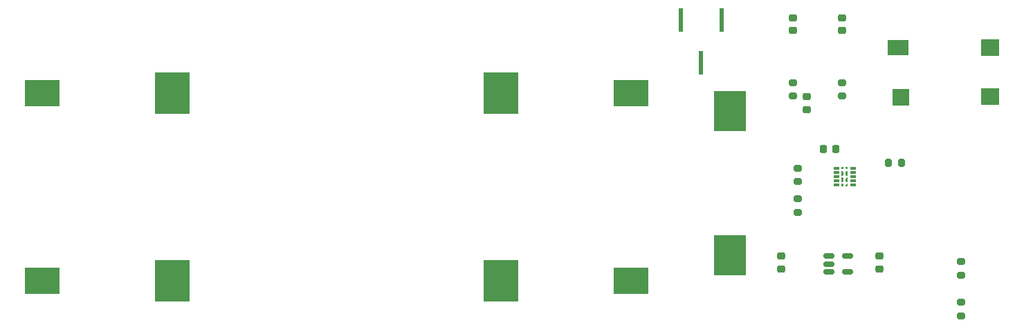
<source format=gtp>
%TF.GenerationSoftware,KiCad,Pcbnew,8.0.5*%
%TF.CreationDate,2024-12-09T00:18:15-08:00*%
%TF.ProjectId,newbatt,6e657762-6174-4742-9e6b-696361645f70,3*%
%TF.SameCoordinates,Original*%
%TF.FileFunction,Paste,Top*%
%TF.FilePolarity,Positive*%
%FSLAX46Y46*%
G04 Gerber Fmt 4.6, Leading zero omitted, Abs format (unit mm)*
G04 Created by KiCad (PCBNEW 8.0.5) date 2024-12-09 00:18:15*
%MOMM*%
%LPD*%
G01*
G04 APERTURE LIST*
G04 Aperture macros list*
%AMRoundRect*
0 Rectangle with rounded corners*
0 $1 Rounding radius*
0 $2 $3 $4 $5 $6 $7 $8 $9 X,Y pos of 4 corners*
0 Add a 4 corners polygon primitive as box body*
4,1,4,$2,$3,$4,$5,$6,$7,$8,$9,$2,$3,0*
0 Add four circle primitives for the rounded corners*
1,1,$1+$1,$2,$3*
1,1,$1+$1,$4,$5*
1,1,$1+$1,$6,$7*
1,1,$1+$1,$8,$9*
0 Add four rect primitives between the rounded corners*
20,1,$1+$1,$2,$3,$4,$5,0*
20,1,$1+$1,$4,$5,$6,$7,0*
20,1,$1+$1,$6,$7,$8,$9,0*
20,1,$1+$1,$8,$9,$2,$3,0*%
G04 Aperture macros list end*
%ADD10C,0.000000*%
%ADD11R,4.000000X5.000000*%
%ADD12R,0.558800X2.971800*%
%ADD13RoundRect,0.200000X0.275000X-0.200000X0.275000X0.200000X-0.275000X0.200000X-0.275000X-0.200000X0*%
%ADD14R,4.300000X3.300000*%
%ADD15R,4.300000X5.200000*%
%ADD16RoundRect,0.150000X-0.512500X-0.150000X0.512500X-0.150000X0.512500X0.150000X-0.512500X0.150000X0*%
%ADD17RoundRect,0.225000X-0.250000X0.225000X-0.250000X-0.225000X0.250000X-0.225000X0.250000X0.225000X0*%
%ADD18RoundRect,0.225000X0.225000X0.250000X-0.225000X0.250000X-0.225000X-0.250000X0.225000X-0.250000X0*%
%ADD19RoundRect,0.200000X-0.275000X0.200000X-0.275000X-0.200000X0.275000X-0.200000X0.275000X0.200000X0*%
%ADD20RoundRect,0.218750X-0.256250X0.218750X-0.256250X-0.218750X0.256250X-0.218750X0.256250X0.218750X0*%
%ADD21R,2.200000X2.000000*%
%ADD22R,2.600000X1.900000*%
%ADD23R,2.000000X2.000000*%
%ADD24R,0.660400X0.304800*%
%ADD25RoundRect,0.200000X-0.200000X-0.275000X0.200000X-0.275000X0.200000X0.275000X-0.200000X0.275000X0*%
G04 APERTURE END LIST*
D10*
%TO.C,U1*%
G36*
X125650000Y-35183779D02*
G01*
X125508579Y-35325200D01*
X125355030Y-35325200D01*
X125355030Y-35030230D01*
X125650000Y-35030230D01*
X125650000Y-35183779D01*
G37*
G36*
X125650000Y-37241421D02*
G01*
X125650000Y-37394970D01*
X125355030Y-37394970D01*
X125355030Y-37100000D01*
X125508579Y-37100000D01*
X125650000Y-37241421D01*
G37*
G36*
X126144970Y-35325200D02*
G01*
X125991421Y-35325200D01*
X125850000Y-35183779D01*
X125850000Y-35030230D01*
X126144970Y-35030230D01*
X126144970Y-35325200D01*
G37*
G36*
X126144970Y-37394970D02*
G01*
X125850000Y-37394970D01*
X125850000Y-37241421D01*
X125991421Y-37100000D01*
X126144970Y-37100000D01*
X126144970Y-37394970D01*
G37*
G36*
X125650000Y-35666621D02*
G01*
X125650000Y-35971179D01*
X125508579Y-36112600D01*
X125355030Y-36112600D01*
X125355030Y-35525200D01*
X125508579Y-35525200D01*
X125650000Y-35666621D01*
G37*
G36*
X125650000Y-36454021D02*
G01*
X125650000Y-36758579D01*
X125508579Y-36900000D01*
X125355030Y-36900000D01*
X125355030Y-36312600D01*
X125508579Y-36312600D01*
X125650000Y-36454021D01*
G37*
G36*
X126144970Y-36112600D02*
G01*
X125991421Y-36112600D01*
X125850000Y-35971179D01*
X125850000Y-35666621D01*
X125991421Y-35525200D01*
X126144970Y-35525200D01*
X126144970Y-36112600D01*
G37*
G36*
X126144970Y-36900000D02*
G01*
X125991421Y-36900000D01*
X125850000Y-36758579D01*
X125850000Y-36454021D01*
X125991421Y-36312600D01*
X126144970Y-36312600D01*
X126144970Y-36900000D01*
G37*
%TD*%
D11*
%TO.C,F1*%
X111750000Y-45850000D03*
X111750000Y-28150000D03*
%TD*%
D12*
%TO.C,S1*%
X110700000Y-17000000D03*
X108200000Y-22232400D03*
X105700000Y-17000000D03*
%TD*%
D13*
%TO.C,R2*%
X125400000Y-26325000D03*
X125400000Y-24675000D03*
%TD*%
D14*
%TO.C,BT2*%
X99635000Y-26000000D03*
D15*
X83685000Y-26000000D03*
X43485000Y-26000000D03*
D14*
X27535000Y-26000000D03*
%TD*%
%TO.C,BT1*%
X99635000Y-49000000D03*
D15*
X83685000Y-49000000D03*
X43485000Y-49000000D03*
D14*
X27535000Y-49000000D03*
%TD*%
D16*
%TO.C,U5*%
X123862500Y-46000000D03*
X123862500Y-46950000D03*
X123862500Y-47900000D03*
X126137500Y-47900000D03*
X126137500Y-46000000D03*
%TD*%
D17*
%TO.C,C2*%
X121100000Y-26425000D03*
X121100000Y-27975000D03*
%TD*%
D18*
%TO.C,C1*%
X124700000Y-32800000D03*
X123150000Y-32800000D03*
%TD*%
D19*
%TO.C,R1*%
X120000000Y-35175000D03*
X120000000Y-36825000D03*
%TD*%
D17*
%TO.C,C17*%
X118000000Y-46000000D03*
X118000000Y-47550000D03*
%TD*%
D20*
%TO.C,D2*%
X119400000Y-16712500D03*
X119400000Y-18287500D03*
%TD*%
D19*
%TO.C,RT1*%
X120000000Y-38975000D03*
X120000000Y-40625000D03*
%TD*%
D21*
%TO.C,J1*%
X143600000Y-26400000D03*
X143600000Y-20400000D03*
D22*
X132300000Y-20400000D03*
D23*
X132600000Y-26500000D03*
%TD*%
D24*
%TO.C,U1*%
X124721300Y-35212599D03*
X124721300Y-35712601D03*
X124721300Y-36212600D03*
X124721300Y-36712599D03*
X124721300Y-37212601D03*
X126778700Y-37212601D03*
X126778700Y-36712599D03*
X126778700Y-36212600D03*
X126778700Y-35712601D03*
X126778700Y-35212599D03*
%TD*%
D13*
%TO.C,R3*%
X119400000Y-26325000D03*
X119400000Y-24675000D03*
%TD*%
D20*
%TO.C,D1*%
X125400000Y-16712500D03*
X125400000Y-18287500D03*
%TD*%
D19*
%TO.C,R4*%
X140000000Y-46675000D03*
X140000000Y-48325000D03*
%TD*%
%TO.C,R5*%
X140000000Y-51675000D03*
X140000000Y-53325000D03*
%TD*%
D25*
%TO.C,R15*%
X131075000Y-34500000D03*
X132725000Y-34500000D03*
%TD*%
D17*
%TO.C,C18*%
X130000000Y-46000000D03*
X130000000Y-47550000D03*
%TD*%
M02*

</source>
